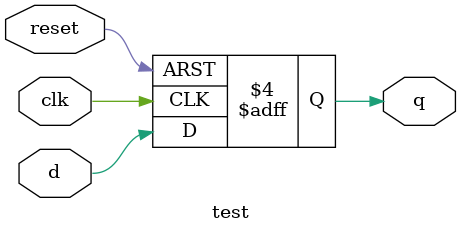
<source format=v>
module test (q, clk, reset, d);
output q;
input clk, reset, d;
reg q;
wire clk, reset, d;
wire clk_i;
not U_buf_1(clk_i, clk); //warning on "clk_i", clk_i is derived
//by an inverter
always @( posedge clk_i or negedge reset )
if ( ~reset )
q <= 1'b0;
else
q <= d;
endmodule


</source>
